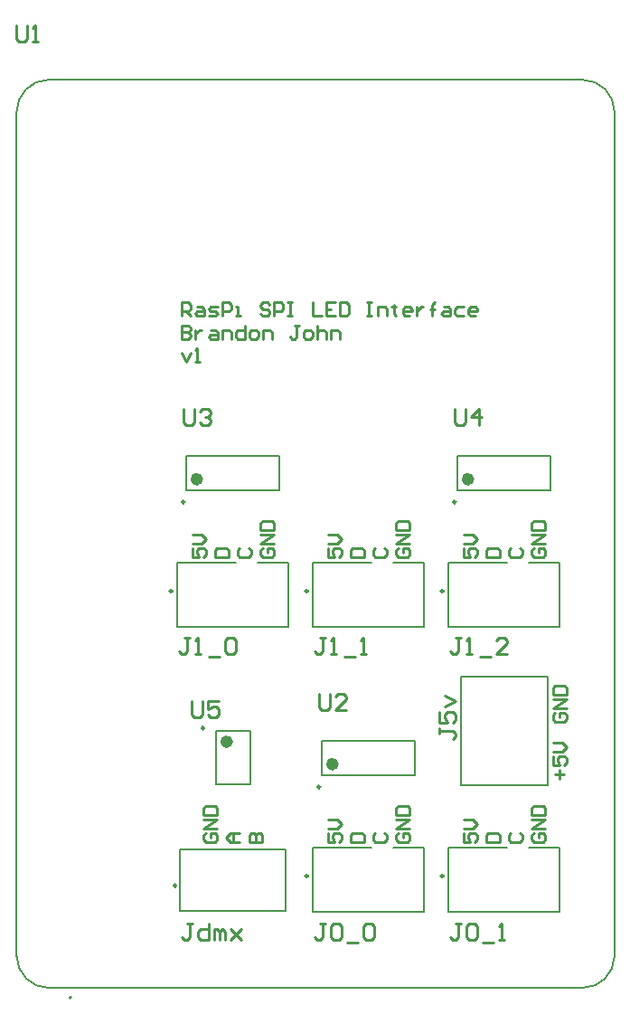
<source format=gto>
G04*
G04 #@! TF.GenerationSoftware,Altium Limited,Altium Designer,23.0.1 (38)*
G04*
G04 Layer_Color=65535*
%FSLAX25Y25*%
%MOIN*%
G70*
G04*
G04 #@! TF.SameCoordinates,5643ACED-D155-4500-AF81-F5B34C59678D*
G04*
G04*
G04 #@! TF.FilePolarity,Positive*
G04*
G01*
G75*
%ADD10C,0.00984*%
%ADD11C,0.02362*%
%ADD12C,0.00787*%
%ADD13C,0.00500*%
%ADD14C,0.01000*%
D10*
X262146Y279272D02*
G03*
X262146Y279272I-492J0D01*
G01*
X257658Y246496D02*
G03*
X257658Y246496I-492J0D01*
G01*
X159134Y137933D02*
G03*
X159134Y137933I-492J0D01*
G01*
X169370Y195945D02*
G03*
X169370Y195945I-492J0D01*
G01*
X157658Y246496D02*
G03*
X157658Y246496I-492J0D01*
G01*
X207658D02*
G03*
X207658Y246496I-492J0D01*
G01*
X162146Y279272D02*
G03*
X162146Y279272I-492J0D01*
G01*
X257658Y141496D02*
G03*
X257658Y141496I-492J0D01*
G01*
X207658D02*
G03*
X207658Y141496I-492J0D01*
G01*
X212146Y174272D02*
G03*
X212146Y174272I-492J0D01*
G01*
D11*
X267795Y287638D02*
G03*
X267795Y287638I-1181J0D01*
G01*
X178819Y190905D02*
G03*
X178819Y190905I-1181J0D01*
G01*
X167795Y287638D02*
G03*
X167795Y287638I-1181J0D01*
G01*
X217795Y182638D02*
G03*
X217795Y182638I-1181J0D01*
G01*
D12*
X120299Y96677D02*
G03*
X120299Y96677I-394J0D01*
G01*
X264056Y175000D02*
Y215000D01*
X295945Y175000D02*
Y215000D01*
X264056Y175000D02*
X295945D01*
X264056Y215000D02*
X295945D01*
X262776Y283701D02*
X297224D01*
X262776Y296299D02*
X297224D01*
X262776Y283701D02*
Y296299D01*
X297224Y283701D02*
Y296299D01*
X300472Y233110D02*
Y256890D01*
X259528D02*
X281063D01*
X288937D02*
X300472D01*
X259528Y233110D02*
Y256890D01*
Y233110D02*
X300472D01*
X160512Y128681D02*
Y151319D01*
Y128681D02*
X199488D01*
Y151319D01*
X160512D02*
X199488D01*
X173701Y175157D02*
X186299D01*
X173701Y194843D02*
X186299D01*
Y175157D02*
Y194843D01*
X173701Y175157D02*
Y194843D01*
X200472Y233110D02*
Y256890D01*
X159528D02*
X181063D01*
X188937D02*
X200472D01*
X159528Y233110D02*
Y256890D01*
Y233110D02*
X200472D01*
X250472D02*
Y256890D01*
X209528D02*
X231063D01*
X238937D02*
X250472D01*
X209528Y233110D02*
Y256890D01*
Y233110D02*
X250472D01*
X162776Y283701D02*
X197224D01*
X162776Y296299D02*
X197224D01*
X162776Y283701D02*
Y296299D01*
X197224Y283701D02*
Y296299D01*
X300472Y128110D02*
Y151890D01*
X259528D02*
X281063D01*
X288937D02*
X300472D01*
X259528Y128110D02*
Y151890D01*
Y128110D02*
X300472D01*
X250472D02*
Y151890D01*
X209528D02*
X231063D01*
X238937D02*
X250472D01*
X209528Y128110D02*
Y151890D01*
Y128110D02*
X250472D01*
X212776Y178701D02*
X247224D01*
X212776Y191299D02*
X247224D01*
X212776Y178701D02*
Y191299D01*
X247224Y178701D02*
Y191299D01*
D13*
X308882Y100221D02*
G03*
X320693Y112031I0J11811D01*
G01*
Y423055D02*
G03*
X308882Y434866I-11811J0D01*
G01*
X112031D02*
G03*
X100221Y423055I0J-11811D01*
G01*
Y112031D02*
G03*
X112031Y100221I11811J0D01*
G01*
X308882D01*
X320693Y112031D02*
Y423055D01*
X112031Y434866D02*
X308882D01*
X100221Y112031D02*
Y423055D01*
D14*
X264904Y262332D02*
Y259000D01*
X267403D01*
X266570Y260666D01*
Y261499D01*
X267403Y262332D01*
X269069D01*
X269902Y261499D01*
Y259833D01*
X269069Y259000D01*
X264904Y263998D02*
X268236D01*
X269902Y265665D01*
X268236Y267331D01*
X264904D01*
X273302Y259000D02*
X278300D01*
Y261499D01*
X277467Y262332D01*
X274135D01*
X273302Y261499D01*
Y259000D01*
X282533Y262332D02*
X281700Y261499D01*
Y259833D01*
X282533Y259000D01*
X285865D01*
X286698Y259833D01*
Y261499D01*
X285865Y262332D01*
X290931D02*
X290098Y261499D01*
Y259833D01*
X290931Y259000D01*
X294263D01*
X295096Y259833D01*
Y261499D01*
X294263Y262332D01*
X292597D01*
Y260666D01*
X295096Y263998D02*
X290098D01*
X295096Y267331D01*
X290098D01*
Y268997D02*
X295096D01*
Y271496D01*
X294263Y272329D01*
X290931D01*
X290098Y271496D01*
Y268997D01*
X169936Y157332D02*
X169103Y156499D01*
Y154833D01*
X169936Y154000D01*
X173268D01*
X174101Y154833D01*
Y156499D01*
X173268Y157332D01*
X171602D01*
Y155666D01*
X174101Y158998D02*
X169103D01*
X174101Y162331D01*
X169103D01*
Y163997D02*
X174101D01*
Y166496D01*
X173268Y167329D01*
X169936D01*
X169103Y166496D01*
Y163997D01*
X182499Y154000D02*
X179167D01*
X177501Y155666D01*
X179167Y157332D01*
X182499D01*
X180000D01*
Y154000D01*
X185899D02*
X190897D01*
Y156499D01*
X190064Y157332D01*
X189231D01*
X188398Y156499D01*
Y154000D01*
Y156499D01*
X187565Y157332D01*
X186732D01*
X185899Y156499D01*
Y154000D01*
X214904Y262332D02*
Y259000D01*
X217403D01*
X216570Y260666D01*
Y261499D01*
X217403Y262332D01*
X219069D01*
X219902Y261499D01*
Y259833D01*
X219069Y259000D01*
X214904Y263998D02*
X218236D01*
X219902Y265665D01*
X218236Y267331D01*
X214904D01*
X223302Y259000D02*
X228300D01*
Y261499D01*
X227467Y262332D01*
X224135D01*
X223302Y261499D01*
Y259000D01*
X232533Y262332D02*
X231700Y261499D01*
Y259833D01*
X232533Y259000D01*
X235865D01*
X236698Y259833D01*
Y261499D01*
X235865Y262332D01*
X240931D02*
X240098Y261499D01*
Y259833D01*
X240931Y259000D01*
X244263D01*
X245096Y259833D01*
Y261499D01*
X244263Y262332D01*
X242597D01*
Y260666D01*
X245096Y263998D02*
X240098D01*
X245096Y267331D01*
X240098D01*
Y268997D02*
X245096D01*
Y271496D01*
X244263Y272329D01*
X240931D01*
X240098Y271496D01*
Y268997D01*
X214904Y157332D02*
Y154000D01*
X217403D01*
X216570Y155666D01*
Y156499D01*
X217403Y157332D01*
X219069D01*
X219902Y156499D01*
Y154833D01*
X219069Y154000D01*
X214904Y158998D02*
X218236D01*
X219902Y160664D01*
X218236Y162331D01*
X214904D01*
X223302Y154000D02*
X228300D01*
Y156499D01*
X227467Y157332D01*
X224135D01*
X223302Y156499D01*
Y154000D01*
X232533Y157332D02*
X231700Y156499D01*
Y154833D01*
X232533Y154000D01*
X235865D01*
X236698Y154833D01*
Y156499D01*
X235865Y157332D01*
X240931D02*
X240098Y156499D01*
Y154833D01*
X240931Y154000D01*
X244263D01*
X245096Y154833D01*
Y156499D01*
X244263Y157332D01*
X242597D01*
Y155666D01*
X245096Y158998D02*
X240098D01*
X245096Y162331D01*
X240098D01*
Y163997D02*
X245096D01*
Y166496D01*
X244263Y167329D01*
X240931D01*
X240098Y166496D01*
Y163997D01*
X264904Y157332D02*
Y154000D01*
X267403D01*
X266570Y155666D01*
Y156499D01*
X267403Y157332D01*
X269069D01*
X269902Y156499D01*
Y154833D01*
X269069Y154000D01*
X264904Y158998D02*
X268236D01*
X269902Y160664D01*
X268236Y162331D01*
X264904D01*
X273302Y154000D02*
X278300D01*
Y156499D01*
X277467Y157332D01*
X274135D01*
X273302Y156499D01*
Y154000D01*
X282533Y157332D02*
X281700Y156499D01*
Y154833D01*
X282533Y154000D01*
X285865D01*
X286698Y154833D01*
Y156499D01*
X285865Y157332D01*
X290931D02*
X290098Y156499D01*
Y154833D01*
X290931Y154000D01*
X294263D01*
X295096Y154833D01*
Y156499D01*
X294263Y157332D01*
X292597D01*
Y155666D01*
X295096Y158998D02*
X290098D01*
X295096Y162331D01*
X290098D01*
Y163997D02*
X295096D01*
Y166496D01*
X294263Y167329D01*
X290931D01*
X290098Y166496D01*
Y163997D01*
X161000Y347796D02*
Y352795D01*
X163499D01*
X164332Y351961D01*
Y350295D01*
X163499Y349462D01*
X161000D01*
X162666D02*
X164332Y347796D01*
X166831Y351128D02*
X168498D01*
X169331Y350295D01*
Y347796D01*
X166831D01*
X165998Y348629D01*
X166831Y349462D01*
X169331D01*
X170997Y347796D02*
X173496D01*
X174329Y348629D01*
X173496Y349462D01*
X171830D01*
X170997Y350295D01*
X171830Y351128D01*
X174329D01*
X175995Y347796D02*
Y352795D01*
X178494D01*
X179327Y351961D01*
Y350295D01*
X178494Y349462D01*
X175995D01*
X180993Y347796D02*
X182660D01*
X181827D01*
Y351128D01*
X180993D01*
X193490Y351961D02*
X192656Y352795D01*
X190990D01*
X190157Y351961D01*
Y351128D01*
X190990Y350295D01*
X192656D01*
X193490Y349462D01*
Y348629D01*
X192656Y347796D01*
X190990D01*
X190157Y348629D01*
X195156Y347796D02*
Y352795D01*
X197655D01*
X198488Y351961D01*
Y350295D01*
X197655Y349462D01*
X195156D01*
X200154Y352795D02*
X201820D01*
X200987D01*
Y347796D01*
X200154D01*
X201820D01*
X209318Y352795D02*
Y347796D01*
X212650D01*
X217648Y352795D02*
X214316D01*
Y347796D01*
X217648D01*
X214316Y350295D02*
X215982D01*
X219314Y352795D02*
Y347796D01*
X221814D01*
X222647Y348629D01*
Y351961D01*
X221814Y352795D01*
X219314D01*
X229311D02*
X230977D01*
X230144D01*
Y347796D01*
X229311D01*
X230977D01*
X233476D02*
Y351128D01*
X235976D01*
X236809Y350295D01*
Y347796D01*
X239308Y351961D02*
Y351128D01*
X238475D01*
X240141D01*
X239308D01*
Y348629D01*
X240141Y347796D01*
X245139D02*
X243473D01*
X242640Y348629D01*
Y350295D01*
X243473Y351128D01*
X245139D01*
X245972Y350295D01*
Y349462D01*
X242640D01*
X247639Y351128D02*
Y347796D01*
Y349462D01*
X248472Y350295D01*
X249305Y351128D01*
X250138D01*
X253470Y347796D02*
Y351961D01*
Y350295D01*
X252637D01*
X254303D01*
X253470D01*
Y351961D01*
X254303Y352795D01*
X257635Y351128D02*
X259301D01*
X260135Y350295D01*
Y347796D01*
X257635D01*
X256802Y348629D01*
X257635Y349462D01*
X260135D01*
X265133Y351128D02*
X262634D01*
X261801Y350295D01*
Y348629D01*
X262634Y347796D01*
X265133D01*
X269298D02*
X267632D01*
X266799Y348629D01*
Y350295D01*
X267632Y351128D01*
X269298D01*
X270131Y350295D01*
Y349462D01*
X266799D01*
X161000Y344396D02*
Y339398D01*
X163499D01*
X164332Y340231D01*
Y341064D01*
X163499Y341897D01*
X161000D01*
X163499D01*
X164332Y342730D01*
Y343563D01*
X163499Y344396D01*
X161000D01*
X165998Y342730D02*
Y339398D01*
Y341064D01*
X166831Y341897D01*
X167665Y342730D01*
X168498D01*
X171830D02*
X173496D01*
X174329Y341897D01*
Y339398D01*
X171830D01*
X170997Y340231D01*
X171830Y341064D01*
X174329D01*
X175995Y339398D02*
Y342730D01*
X178494D01*
X179327Y341897D01*
Y339398D01*
X184326Y344396D02*
Y339398D01*
X181827D01*
X180993Y340231D01*
Y341897D01*
X181827Y342730D01*
X184326D01*
X186825Y339398D02*
X188491D01*
X189324Y340231D01*
Y341897D01*
X188491Y342730D01*
X186825D01*
X185992Y341897D01*
Y340231D01*
X186825Y339398D01*
X190990D02*
Y342730D01*
X193490D01*
X194323Y341897D01*
Y339398D01*
X204319Y344396D02*
X202653D01*
X203486D01*
Y340231D01*
X202653Y339398D01*
X201820D01*
X200987Y340231D01*
X206819Y339398D02*
X208485D01*
X209318Y340231D01*
Y341897D01*
X208485Y342730D01*
X206819D01*
X205985Y341897D01*
Y340231D01*
X206819Y339398D01*
X210984Y344396D02*
Y339398D01*
Y341897D01*
X211817Y342730D01*
X213483D01*
X214316Y341897D01*
Y339398D01*
X215982D02*
Y342730D01*
X218481D01*
X219314Y341897D01*
Y339398D01*
X161000Y334332D02*
X162666Y331000D01*
X164332Y334332D01*
X165998Y331000D02*
X167665D01*
X166831D01*
Y335998D01*
X165998Y335165D01*
X164904Y262332D02*
Y259000D01*
X167403D01*
X166570Y260666D01*
Y261499D01*
X167403Y262332D01*
X169069D01*
X169902Y261499D01*
Y259833D01*
X169069Y259000D01*
X164904Y263998D02*
X168236D01*
X169902Y265665D01*
X168236Y267331D01*
X164904D01*
X173302Y259000D02*
X178300D01*
Y261499D01*
X177467Y262332D01*
X174135D01*
X173302Y261499D01*
Y259000D01*
X182533Y262332D02*
X181700Y261499D01*
Y259833D01*
X182533Y259000D01*
X185865D01*
X186698Y259833D01*
Y261499D01*
X185865Y262332D01*
X190931D02*
X190098Y261499D01*
Y259833D01*
X190931Y259000D01*
X194263D01*
X195096Y259833D01*
Y261499D01*
X194263Y262332D01*
X192597D01*
Y260666D01*
X195096Y263998D02*
X190098D01*
X195096Y267331D01*
X190098D01*
Y268997D02*
X195096D01*
Y271496D01*
X194263Y272329D01*
X190931D01*
X190098Y271496D01*
Y268997D01*
X300499Y177336D02*
Y180668D01*
X298833Y179002D02*
X302165D01*
X298000Y185666D02*
Y182334D01*
X300499D01*
X299666Y184000D01*
Y184833D01*
X300499Y185666D01*
X302165D01*
X302998Y184833D01*
Y183167D01*
X302165Y182334D01*
X298000Y187332D02*
X301332D01*
X302998Y188998D01*
X301332Y190665D01*
X298000D01*
X298833Y201668D02*
X298000Y200835D01*
Y199169D01*
X298833Y198336D01*
X302165D01*
X302998Y199169D01*
Y200835D01*
X302165Y201668D01*
X300499D01*
Y200002D01*
X302998Y203334D02*
X298000D01*
X302998Y206666D01*
X298000D01*
Y208332D02*
X302998D01*
Y210831D01*
X302165Y211665D01*
X298833D01*
X298000Y210831D01*
Y208332D01*
X256001Y196001D02*
Y194002D01*
Y195002D01*
X260999D01*
X261999Y194002D01*
Y193002D01*
X260999Y192003D01*
X256001Y201999D02*
Y198001D01*
X259000D01*
X258000Y200000D01*
Y201000D01*
X259000Y201999D01*
X260999D01*
X261999Y201000D01*
Y199000D01*
X260999Y198001D01*
X258000Y203999D02*
X261999Y205998D01*
X258000Y207997D01*
X261700Y313698D02*
Y308700D01*
X262700Y307700D01*
X264699D01*
X265699Y308700D01*
Y313698D01*
X270697Y307700D02*
Y313698D01*
X267698Y310699D01*
X271697D01*
X100100Y454798D02*
Y449800D01*
X101100Y448800D01*
X103099D01*
X104099Y449800D01*
Y454798D01*
X106098Y448800D02*
X108097D01*
X107098D01*
Y454798D01*
X106098Y453798D01*
X264199Y229198D02*
X262199D01*
X263199D01*
Y224200D01*
X262199Y223200D01*
X261200D01*
X260200Y224200D01*
X266198Y223200D02*
X268197D01*
X267198D01*
Y229198D01*
X266198Y228198D01*
X271196Y222200D02*
X275195D01*
X281193Y223200D02*
X277194D01*
X281193Y227199D01*
Y228198D01*
X280193Y229198D01*
X278194D01*
X277194Y228198D01*
X165002Y124000D02*
X163003D01*
X164003D01*
Y119002D01*
X163003Y118002D01*
X162003D01*
X161004Y119002D01*
X171000Y124000D02*
Y118002D01*
X168001D01*
X167002Y119002D01*
Y121001D01*
X168001Y122001D01*
X171000D01*
X173000Y118002D02*
Y122001D01*
X173999D01*
X174999Y121001D01*
Y118002D01*
Y121001D01*
X175999Y122001D01*
X176998Y121001D01*
Y118002D01*
X178998Y122001D02*
X182996Y118002D01*
X180997Y120001D01*
X182996Y122001D01*
X178998Y118002D01*
X164600Y205898D02*
Y200900D01*
X165600Y199900D01*
X167599D01*
X168599Y200900D01*
Y205898D01*
X174597D02*
X170598D01*
Y202899D01*
X172597Y203899D01*
X173597D01*
X174597Y202899D01*
Y200900D01*
X173597Y199900D01*
X171598D01*
X170598Y200900D01*
X164199Y229198D02*
X162199D01*
X163199D01*
Y224200D01*
X162199Y223200D01*
X161200D01*
X160200Y224200D01*
X166198Y223200D02*
X168197D01*
X167198D01*
Y229198D01*
X166198Y228198D01*
X171196Y222200D02*
X175195D01*
X177194Y228198D02*
X178194Y229198D01*
X180193D01*
X181193Y228198D01*
Y224200D01*
X180193Y223200D01*
X178194D01*
X177194Y224200D01*
Y228198D01*
X214199Y229198D02*
X212199D01*
X213199D01*
Y224200D01*
X212199Y223200D01*
X211200D01*
X210200Y224200D01*
X216198Y223200D02*
X218197D01*
X217198D01*
Y229198D01*
X216198Y228198D01*
X221196Y222200D02*
X225195D01*
X227194Y223200D02*
X229194D01*
X228194D01*
Y229198D01*
X227194Y228198D01*
X161700Y313698D02*
Y308700D01*
X162700Y307700D01*
X164699D01*
X165699Y308700D01*
Y313698D01*
X167698Y312698D02*
X168698Y313698D01*
X170697D01*
X171697Y312698D01*
Y311699D01*
X170697Y310699D01*
X169697D01*
X170697D01*
X171697Y309699D01*
Y308700D01*
X170697Y307700D01*
X168698D01*
X167698Y308700D01*
X264002Y124000D02*
X262003D01*
X263002D01*
Y119002D01*
X262003Y118002D01*
X261003D01*
X260003Y119002D01*
X266001Y123000D02*
X267001Y124000D01*
X269000D01*
X270000Y123000D01*
Y119002D01*
X269000Y118002D01*
X267001D01*
X266001Y119002D01*
Y123000D01*
X271999Y117002D02*
X275998D01*
X277997Y118002D02*
X279997D01*
X278997D01*
Y124000D01*
X277997Y123000D01*
X214002Y124000D02*
X212003D01*
X213003D01*
Y119002D01*
X212003Y118002D01*
X211003D01*
X210004Y119002D01*
X216002Y123000D02*
X217001Y124000D01*
X219001D01*
X220000Y123000D01*
Y119002D01*
X219001Y118002D01*
X217001D01*
X216002Y119002D01*
Y123000D01*
X222000Y117002D02*
X225998D01*
X227998Y123000D02*
X228997Y124000D01*
X230997D01*
X231996Y123000D01*
Y119002D01*
X230997Y118002D01*
X228997D01*
X227998Y119002D01*
Y123000D01*
X211700Y208698D02*
Y203700D01*
X212700Y202700D01*
X214699D01*
X215699Y203700D01*
Y208698D01*
X221697Y202700D02*
X217698D01*
X221697Y206699D01*
Y207698D01*
X220697Y208698D01*
X218698D01*
X217698Y207698D01*
M02*

</source>
